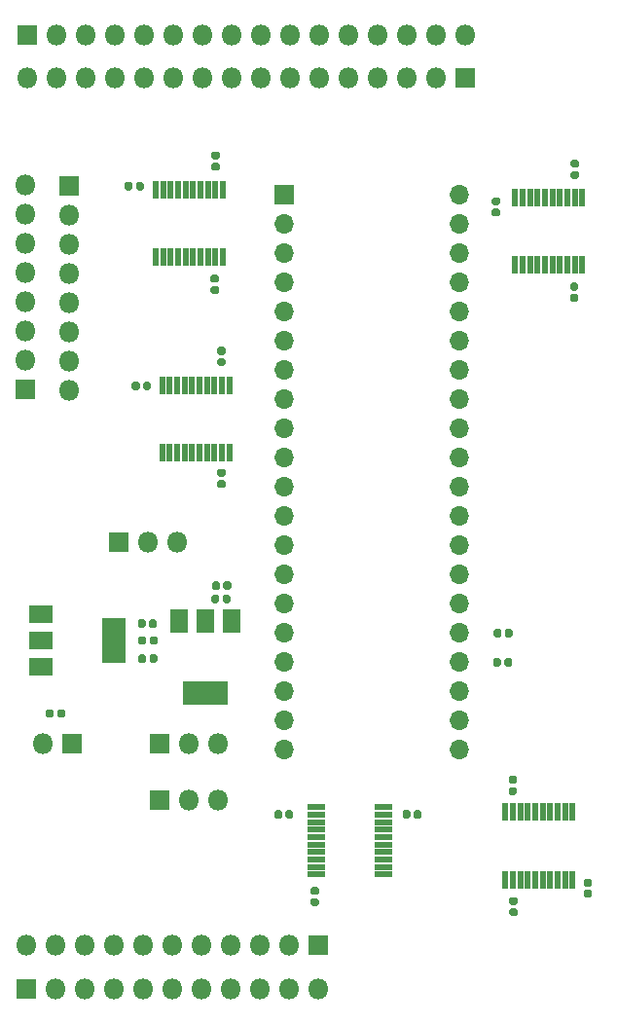
<source format=gbr>
%TF.GenerationSoftware,KiCad,Pcbnew,(5.1.6)-1*%
%TF.CreationDate,2020-09-22T22:20:25+03:00*%
%TF.ProjectId,Z80_devboard,5a38305f-6465-4766-926f-6172642e6b69,rev?*%
%TF.SameCoordinates,Original*%
%TF.FileFunction,Soldermask,Top*%
%TF.FilePolarity,Negative*%
%FSLAX46Y46*%
G04 Gerber Fmt 4.6, Leading zero omitted, Abs format (unit mm)*
G04 Created by KiCad (PCBNEW (5.1.6)-1) date 2020-09-22 22:20:25*
%MOMM*%
%LPD*%
G01*
G04 APERTURE LIST*
%ADD10O,1.700000X1.700000*%
%ADD11R,1.700000X1.700000*%
%ADD12O,1.800000X1.800000*%
%ADD13R,1.800000X1.800000*%
%ADD14R,1.600000X2.100000*%
%ADD15R,3.900000X2.100000*%
%ADD16R,2.100000X1.600000*%
%ADD17R,2.100000X3.900000*%
%ADD18R,0.550000X1.575000*%
%ADD19R,1.575000X0.550000*%
G04 APERTURE END LIST*
D10*
%TO.C,U3*%
X116840000Y-69088000D03*
X101600000Y-117348000D03*
X116840000Y-71628000D03*
X101600000Y-114808000D03*
X116840000Y-74168000D03*
X101600000Y-112268000D03*
X116840000Y-76708000D03*
X101600000Y-109728000D03*
X116840000Y-79248000D03*
X101600000Y-107188000D03*
X116840000Y-81788000D03*
X101600000Y-104648000D03*
X116840000Y-84328000D03*
X101600000Y-102108000D03*
X116840000Y-86868000D03*
X101600000Y-99568000D03*
X116840000Y-89408000D03*
X101600000Y-97028000D03*
X116840000Y-91948000D03*
X101600000Y-94488000D03*
X116840000Y-94488000D03*
X101600000Y-91948000D03*
X116840000Y-97028000D03*
X101600000Y-89408000D03*
X116840000Y-99568000D03*
X101600000Y-86868000D03*
X116840000Y-102108000D03*
X101600000Y-84328000D03*
X116840000Y-104648000D03*
X101600000Y-81788000D03*
X116840000Y-107188000D03*
X101600000Y-79248000D03*
X116840000Y-109728000D03*
X101600000Y-76708000D03*
X116840000Y-112268000D03*
X101600000Y-74168000D03*
X116840000Y-114808000D03*
X101600000Y-71628000D03*
X116840000Y-117348000D03*
D11*
X101600000Y-69088000D03*
%TD*%
D12*
%TO.C,J10*%
X104584500Y-138163300D03*
X102044500Y-138163300D03*
X99504500Y-138163300D03*
X96964500Y-138163300D03*
X94424500Y-138163300D03*
X91884500Y-138163300D03*
X89344500Y-138163300D03*
X86804500Y-138163300D03*
X84264500Y-138163300D03*
X81724500Y-138163300D03*
D13*
X79184500Y-138163300D03*
%TD*%
D12*
%TO.C,J9*%
X117360700Y-55143400D03*
X114820700Y-55143400D03*
X112280700Y-55143400D03*
X109740700Y-55143400D03*
X107200700Y-55143400D03*
X104660700Y-55143400D03*
X102120700Y-55143400D03*
X99580700Y-55143400D03*
X97040700Y-55143400D03*
X94500700Y-55143400D03*
X91960700Y-55143400D03*
X89420700Y-55143400D03*
X86880700Y-55143400D03*
X84340700Y-55143400D03*
X81800700Y-55143400D03*
D13*
X79260700Y-55143400D03*
%TD*%
D12*
%TO.C,J8*%
X79070200Y-68237100D03*
X79070200Y-70777100D03*
X79070200Y-73317100D03*
X79070200Y-75857100D03*
X79070200Y-78397100D03*
X79070200Y-80937100D03*
X79070200Y-83477100D03*
D13*
X79070200Y-86017100D03*
%TD*%
%TO.C,R7*%
G36*
G01*
X119842900Y-70259100D02*
X120237900Y-70259100D01*
G75*
G02*
X120410400Y-70431600I0J-172500D01*
G01*
X120410400Y-70776600D01*
G75*
G02*
X120237900Y-70949100I-172500J0D01*
G01*
X119842900Y-70949100D01*
G75*
G02*
X119670400Y-70776600I0J172500D01*
G01*
X119670400Y-70431600D01*
G75*
G02*
X119842900Y-70259100I172500J0D01*
G01*
G37*
G36*
G01*
X119842900Y-69289100D02*
X120237900Y-69289100D01*
G75*
G02*
X120410400Y-69461600I0J-172500D01*
G01*
X120410400Y-69806600D01*
G75*
G02*
X120237900Y-69979100I-172500J0D01*
G01*
X119842900Y-69979100D01*
G75*
G02*
X119670400Y-69806600I0J172500D01*
G01*
X119670400Y-69461600D01*
G75*
G02*
X119842900Y-69289100I172500J0D01*
G01*
G37*
%TD*%
%TO.C,R6*%
G36*
G01*
X127831200Y-129502200D02*
X128226200Y-129502200D01*
G75*
G02*
X128398700Y-129674700I0J-172500D01*
G01*
X128398700Y-130019700D01*
G75*
G02*
X128226200Y-130192200I-172500J0D01*
G01*
X127831200Y-130192200D01*
G75*
G02*
X127658700Y-130019700I0J172500D01*
G01*
X127658700Y-129674700D01*
G75*
G02*
X127831200Y-129502200I172500J0D01*
G01*
G37*
G36*
G01*
X127831200Y-128532200D02*
X128226200Y-128532200D01*
G75*
G02*
X128398700Y-128704700I0J-172500D01*
G01*
X128398700Y-129049700D01*
G75*
G02*
X128226200Y-129222200I-172500J0D01*
G01*
X127831200Y-129222200D01*
G75*
G02*
X127658700Y-129049700I0J172500D01*
G01*
X127658700Y-128704700D01*
G75*
G02*
X127831200Y-128532200I172500J0D01*
G01*
G37*
%TD*%
%TO.C,R5*%
G36*
G01*
X88432200Y-68103100D02*
X88432200Y-68498100D01*
G75*
G02*
X88259700Y-68670600I-172500J0D01*
G01*
X87914700Y-68670600D01*
G75*
G02*
X87742200Y-68498100I0J172500D01*
G01*
X87742200Y-68103100D01*
G75*
G02*
X87914700Y-67930600I172500J0D01*
G01*
X88259700Y-67930600D01*
G75*
G02*
X88432200Y-68103100I0J-172500D01*
G01*
G37*
G36*
G01*
X89402200Y-68103100D02*
X89402200Y-68498100D01*
G75*
G02*
X89229700Y-68670600I-172500J0D01*
G01*
X88884700Y-68670600D01*
G75*
G02*
X88712200Y-68498100I0J172500D01*
G01*
X88712200Y-68103100D01*
G75*
G02*
X88884700Y-67930600I172500J0D01*
G01*
X89229700Y-67930600D01*
G75*
G02*
X89402200Y-68103100I0J-172500D01*
G01*
G37*
%TD*%
%TO.C,R4*%
G36*
G01*
X104069500Y-130236400D02*
X104464500Y-130236400D01*
G75*
G02*
X104637000Y-130408900I0J-172500D01*
G01*
X104637000Y-130753900D01*
G75*
G02*
X104464500Y-130926400I-172500J0D01*
G01*
X104069500Y-130926400D01*
G75*
G02*
X103897000Y-130753900I0J172500D01*
G01*
X103897000Y-130408900D01*
G75*
G02*
X104069500Y-130236400I172500J0D01*
G01*
G37*
G36*
G01*
X104069500Y-129266400D02*
X104464500Y-129266400D01*
G75*
G02*
X104637000Y-129438900I0J-172500D01*
G01*
X104637000Y-129783900D01*
G75*
G02*
X104464500Y-129956400I-172500J0D01*
G01*
X104069500Y-129956400D01*
G75*
G02*
X103897000Y-129783900I0J172500D01*
G01*
X103897000Y-129438900D01*
G75*
G02*
X104069500Y-129266400I172500J0D01*
G01*
G37*
%TD*%
D12*
%TO.C,J7*%
X95846900Y-121742200D03*
X93306900Y-121742200D03*
D13*
X90766900Y-121742200D03*
%TD*%
D12*
%TO.C,J6*%
X95885000Y-116776500D03*
X93345000Y-116776500D03*
D13*
X90805000Y-116776500D03*
%TD*%
D12*
%TO.C,J5*%
X92265500Y-99250500D03*
X89725500Y-99250500D03*
D13*
X87185500Y-99250500D03*
%TD*%
D14*
%TO.C,U2*%
X97042000Y-106133500D03*
X92442000Y-106133500D03*
X94742000Y-106133500D03*
D15*
X94742000Y-112433500D03*
%TD*%
D16*
%TO.C,U1*%
X80479500Y-105523000D03*
X80479500Y-110123000D03*
X80479500Y-107823000D03*
D17*
X86779500Y-107823000D03*
%TD*%
D12*
%TO.C,J4*%
X80581500Y-116840000D03*
D13*
X83121500Y-116840000D03*
%TD*%
%TO.C,C16*%
G36*
G01*
X96319500Y-103258000D02*
X96319500Y-102863000D01*
G75*
G02*
X96492000Y-102690500I172500J0D01*
G01*
X96837000Y-102690500D01*
G75*
G02*
X97009500Y-102863000I0J-172500D01*
G01*
X97009500Y-103258000D01*
G75*
G02*
X96837000Y-103430500I-172500J0D01*
G01*
X96492000Y-103430500D01*
G75*
G02*
X96319500Y-103258000I0J172500D01*
G01*
G37*
G36*
G01*
X95349500Y-103258000D02*
X95349500Y-102863000D01*
G75*
G02*
X95522000Y-102690500I172500J0D01*
G01*
X95867000Y-102690500D01*
G75*
G02*
X96039500Y-102863000I0J-172500D01*
G01*
X96039500Y-103258000D01*
G75*
G02*
X95867000Y-103430500I-172500J0D01*
G01*
X95522000Y-103430500D01*
G75*
G02*
X95349500Y-103258000I0J172500D01*
G01*
G37*
%TD*%
%TO.C,C15*%
G36*
G01*
X96256000Y-104401000D02*
X96256000Y-104006000D01*
G75*
G02*
X96428500Y-103833500I172500J0D01*
G01*
X96773500Y-103833500D01*
G75*
G02*
X96946000Y-104006000I0J-172500D01*
G01*
X96946000Y-104401000D01*
G75*
G02*
X96773500Y-104573500I-172500J0D01*
G01*
X96428500Y-104573500D01*
G75*
G02*
X96256000Y-104401000I0J172500D01*
G01*
G37*
G36*
G01*
X95286000Y-104401000D02*
X95286000Y-104006000D01*
G75*
G02*
X95458500Y-103833500I172500J0D01*
G01*
X95803500Y-103833500D01*
G75*
G02*
X95976000Y-104006000I0J-172500D01*
G01*
X95976000Y-104401000D01*
G75*
G02*
X95803500Y-104573500I-172500J0D01*
G01*
X95458500Y-104573500D01*
G75*
G02*
X95286000Y-104401000I0J172500D01*
G01*
G37*
%TD*%
%TO.C,C14*%
G36*
G01*
X89888500Y-109608000D02*
X89888500Y-109213000D01*
G75*
G02*
X90061000Y-109040500I172500J0D01*
G01*
X90406000Y-109040500D01*
G75*
G02*
X90578500Y-109213000I0J-172500D01*
G01*
X90578500Y-109608000D01*
G75*
G02*
X90406000Y-109780500I-172500J0D01*
G01*
X90061000Y-109780500D01*
G75*
G02*
X89888500Y-109608000I0J172500D01*
G01*
G37*
G36*
G01*
X88918500Y-109608000D02*
X88918500Y-109213000D01*
G75*
G02*
X89091000Y-109040500I172500J0D01*
G01*
X89436000Y-109040500D01*
G75*
G02*
X89608500Y-109213000I0J-172500D01*
G01*
X89608500Y-109608000D01*
G75*
G02*
X89436000Y-109780500I-172500J0D01*
G01*
X89091000Y-109780500D01*
G75*
G02*
X88918500Y-109608000I0J172500D01*
G01*
G37*
%TD*%
%TO.C,C13*%
G36*
G01*
X89906000Y-108020500D02*
X89906000Y-107625500D01*
G75*
G02*
X90078500Y-107453000I172500J0D01*
G01*
X90423500Y-107453000D01*
G75*
G02*
X90596000Y-107625500I0J-172500D01*
G01*
X90596000Y-108020500D01*
G75*
G02*
X90423500Y-108193000I-172500J0D01*
G01*
X90078500Y-108193000D01*
G75*
G02*
X89906000Y-108020500I0J172500D01*
G01*
G37*
G36*
G01*
X88936000Y-108020500D02*
X88936000Y-107625500D01*
G75*
G02*
X89108500Y-107453000I172500J0D01*
G01*
X89453500Y-107453000D01*
G75*
G02*
X89626000Y-107625500I0J-172500D01*
G01*
X89626000Y-108020500D01*
G75*
G02*
X89453500Y-108193000I-172500J0D01*
G01*
X89108500Y-108193000D01*
G75*
G02*
X88936000Y-108020500I0J172500D01*
G01*
G37*
%TD*%
%TO.C,C12*%
G36*
G01*
X89842500Y-106560000D02*
X89842500Y-106165000D01*
G75*
G02*
X90015000Y-105992500I172500J0D01*
G01*
X90360000Y-105992500D01*
G75*
G02*
X90532500Y-106165000I0J-172500D01*
G01*
X90532500Y-106560000D01*
G75*
G02*
X90360000Y-106732500I-172500J0D01*
G01*
X90015000Y-106732500D01*
G75*
G02*
X89842500Y-106560000I0J172500D01*
G01*
G37*
G36*
G01*
X88872500Y-106560000D02*
X88872500Y-106165000D01*
G75*
G02*
X89045000Y-105992500I172500J0D01*
G01*
X89390000Y-105992500D01*
G75*
G02*
X89562500Y-106165000I0J-172500D01*
G01*
X89562500Y-106560000D01*
G75*
G02*
X89390000Y-106732500I-172500J0D01*
G01*
X89045000Y-106732500D01*
G75*
G02*
X88872500Y-106560000I0J172500D01*
G01*
G37*
%TD*%
%TO.C,C11*%
G36*
G01*
X81864500Y-114370500D02*
X81864500Y-113975500D01*
G75*
G02*
X82037000Y-113803000I172500J0D01*
G01*
X82382000Y-113803000D01*
G75*
G02*
X82554500Y-113975500I0J-172500D01*
G01*
X82554500Y-114370500D01*
G75*
G02*
X82382000Y-114543000I-172500J0D01*
G01*
X82037000Y-114543000D01*
G75*
G02*
X81864500Y-114370500I0J172500D01*
G01*
G37*
G36*
G01*
X80894500Y-114370500D02*
X80894500Y-113975500D01*
G75*
G02*
X81067000Y-113803000I172500J0D01*
G01*
X81412000Y-113803000D01*
G75*
G02*
X81584500Y-113975500I0J-172500D01*
G01*
X81584500Y-114370500D01*
G75*
G02*
X81412000Y-114543000I-172500J0D01*
G01*
X81067000Y-114543000D01*
G75*
G02*
X80894500Y-114370500I0J172500D01*
G01*
G37*
%TD*%
D12*
%TO.C,J3*%
X79184500Y-134366000D03*
X81724500Y-134366000D03*
X84264500Y-134366000D03*
X86804500Y-134366000D03*
X89344500Y-134366000D03*
X91884500Y-134366000D03*
X94424500Y-134366000D03*
X96964500Y-134366000D03*
X99504500Y-134366000D03*
X102044500Y-134366000D03*
D13*
X104584500Y-134366000D03*
%TD*%
D12*
%TO.C,J2*%
X79248000Y-58864500D03*
X81788000Y-58864500D03*
X84328000Y-58864500D03*
X86868000Y-58864500D03*
X89408000Y-58864500D03*
X91948000Y-58864500D03*
X94488000Y-58864500D03*
X97028000Y-58864500D03*
X99568000Y-58864500D03*
X102108000Y-58864500D03*
X104648000Y-58864500D03*
X107188000Y-58864500D03*
X109728000Y-58864500D03*
X112268000Y-58864500D03*
X114808000Y-58864500D03*
D13*
X117348000Y-58864500D03*
%TD*%
D12*
%TO.C,J1*%
X82931000Y-86042500D03*
X82931000Y-83502500D03*
X82931000Y-80962500D03*
X82931000Y-78422500D03*
X82931000Y-75882500D03*
X82931000Y-73342500D03*
X82931000Y-70802500D03*
D13*
X82931000Y-68262500D03*
%TD*%
%TO.C,R3*%
G36*
G01*
X89049700Y-85489400D02*
X89049700Y-85884400D01*
G75*
G02*
X88877200Y-86056900I-172500J0D01*
G01*
X88532200Y-86056900D01*
G75*
G02*
X88359700Y-85884400I0J172500D01*
G01*
X88359700Y-85489400D01*
G75*
G02*
X88532200Y-85316900I172500J0D01*
G01*
X88877200Y-85316900D01*
G75*
G02*
X89049700Y-85489400I0J-172500D01*
G01*
G37*
G36*
G01*
X90019700Y-85489400D02*
X90019700Y-85884400D01*
G75*
G02*
X89847200Y-86056900I-172500J0D01*
G01*
X89502200Y-86056900D01*
G75*
G02*
X89329700Y-85884400I0J172500D01*
G01*
X89329700Y-85489400D01*
G75*
G02*
X89502200Y-85316900I172500J0D01*
G01*
X89847200Y-85316900D01*
G75*
G02*
X90019700Y-85489400I0J-172500D01*
G01*
G37*
%TD*%
%TO.C,R2*%
G36*
G01*
X120767000Y-109925500D02*
X120767000Y-109530500D01*
G75*
G02*
X120939500Y-109358000I172500J0D01*
G01*
X121284500Y-109358000D01*
G75*
G02*
X121457000Y-109530500I0J-172500D01*
G01*
X121457000Y-109925500D01*
G75*
G02*
X121284500Y-110098000I-172500J0D01*
G01*
X120939500Y-110098000D01*
G75*
G02*
X120767000Y-109925500I0J172500D01*
G01*
G37*
G36*
G01*
X119797000Y-109925500D02*
X119797000Y-109530500D01*
G75*
G02*
X119969500Y-109358000I172500J0D01*
G01*
X120314500Y-109358000D01*
G75*
G02*
X120487000Y-109530500I0J-172500D01*
G01*
X120487000Y-109925500D01*
G75*
G02*
X120314500Y-110098000I-172500J0D01*
G01*
X119969500Y-110098000D01*
G75*
G02*
X119797000Y-109925500I0J172500D01*
G01*
G37*
%TD*%
%TO.C,R1*%
G36*
G01*
X120813000Y-107385500D02*
X120813000Y-106990500D01*
G75*
G02*
X120985500Y-106818000I172500J0D01*
G01*
X121330500Y-106818000D01*
G75*
G02*
X121503000Y-106990500I0J-172500D01*
G01*
X121503000Y-107385500D01*
G75*
G02*
X121330500Y-107558000I-172500J0D01*
G01*
X120985500Y-107558000D01*
G75*
G02*
X120813000Y-107385500I0J172500D01*
G01*
G37*
G36*
G01*
X119843000Y-107385500D02*
X119843000Y-106990500D01*
G75*
G02*
X120015500Y-106818000I172500J0D01*
G01*
X120360500Y-106818000D01*
G75*
G02*
X120533000Y-106990500I0J-172500D01*
G01*
X120533000Y-107385500D01*
G75*
G02*
X120360500Y-107558000I-172500J0D01*
G01*
X120015500Y-107558000D01*
G75*
G02*
X119843000Y-107385500I0J172500D01*
G01*
G37*
%TD*%
D18*
%TO.C,IC6*%
X120861900Y-122741200D03*
X121511900Y-122741200D03*
X122161900Y-122741200D03*
X122811900Y-122741200D03*
X123461900Y-122741200D03*
X124111900Y-122741200D03*
X124761900Y-122741200D03*
X125411900Y-122741200D03*
X126061900Y-122741200D03*
X126711900Y-122741200D03*
X126711900Y-128617200D03*
X126061900Y-128617200D03*
X125411900Y-128617200D03*
X124761900Y-128617200D03*
X124111900Y-128617200D03*
X123461900Y-128617200D03*
X122811900Y-128617200D03*
X122161900Y-128617200D03*
X121511900Y-128617200D03*
X120861900Y-128617200D03*
%TD*%
D19*
%TO.C,IC5*%
X110253000Y-122322400D03*
X110253000Y-122972400D03*
X110253000Y-123622400D03*
X110253000Y-124272400D03*
X110253000Y-124922400D03*
X110253000Y-125572400D03*
X110253000Y-126222400D03*
X110253000Y-126872400D03*
X110253000Y-127522400D03*
X110253000Y-128172400D03*
X104377000Y-128172400D03*
X104377000Y-127522400D03*
X104377000Y-126872400D03*
X104377000Y-126222400D03*
X104377000Y-125572400D03*
X104377000Y-124922400D03*
X104377000Y-124272400D03*
X104377000Y-123622400D03*
X104377000Y-122972400D03*
X104377000Y-122322400D03*
%TD*%
D18*
%TO.C,IC4*%
X96282700Y-74477100D03*
X95632700Y-74477100D03*
X94982700Y-74477100D03*
X94332700Y-74477100D03*
X93682700Y-74477100D03*
X93032700Y-74477100D03*
X92382700Y-74477100D03*
X91732700Y-74477100D03*
X91082700Y-74477100D03*
X90432700Y-74477100D03*
X90432700Y-68601100D03*
X91082700Y-68601100D03*
X91732700Y-68601100D03*
X92382700Y-68601100D03*
X93032700Y-68601100D03*
X93682700Y-68601100D03*
X94332700Y-68601100D03*
X94982700Y-68601100D03*
X95632700Y-68601100D03*
X96282700Y-68601100D03*
%TD*%
%TO.C,IC3*%
X127550100Y-75162900D03*
X126900100Y-75162900D03*
X126250100Y-75162900D03*
X125600100Y-75162900D03*
X124950100Y-75162900D03*
X124300100Y-75162900D03*
X123650100Y-75162900D03*
X123000100Y-75162900D03*
X122350100Y-75162900D03*
X121700100Y-75162900D03*
X121700100Y-69286900D03*
X122350100Y-69286900D03*
X123000100Y-69286900D03*
X123650100Y-69286900D03*
X124300100Y-69286900D03*
X124950100Y-69286900D03*
X125600100Y-69286900D03*
X126250100Y-69286900D03*
X126900100Y-69286900D03*
X127550100Y-69286900D03*
%TD*%
%TO.C,IC2*%
X96854200Y-91482400D03*
X96204200Y-91482400D03*
X95554200Y-91482400D03*
X94904200Y-91482400D03*
X94254200Y-91482400D03*
X93604200Y-91482400D03*
X92954200Y-91482400D03*
X92304200Y-91482400D03*
X91654200Y-91482400D03*
X91004200Y-91482400D03*
X91004200Y-85606400D03*
X91654200Y-85606400D03*
X92304200Y-85606400D03*
X92954200Y-85606400D03*
X93604200Y-85606400D03*
X94254200Y-85606400D03*
X94904200Y-85606400D03*
X95554200Y-85606400D03*
X96204200Y-85606400D03*
X96854200Y-85606400D03*
%TD*%
%TO.C,C10*%
G36*
G01*
X127108600Y-66710400D02*
X126713600Y-66710400D01*
G75*
G02*
X126541100Y-66537900I0J172500D01*
G01*
X126541100Y-66192900D01*
G75*
G02*
X126713600Y-66020400I172500J0D01*
G01*
X127108600Y-66020400D01*
G75*
G02*
X127281100Y-66192900I0J-172500D01*
G01*
X127281100Y-66537900D01*
G75*
G02*
X127108600Y-66710400I-172500J0D01*
G01*
G37*
G36*
G01*
X127108600Y-67680400D02*
X126713600Y-67680400D01*
G75*
G02*
X126541100Y-67507900I0J172500D01*
G01*
X126541100Y-67162900D01*
G75*
G02*
X126713600Y-66990400I172500J0D01*
G01*
X127108600Y-66990400D01*
G75*
G02*
X127281100Y-67162900I0J-172500D01*
G01*
X127281100Y-67507900D01*
G75*
G02*
X127108600Y-67680400I-172500J0D01*
G01*
G37*
%TD*%
%TO.C,C9*%
G36*
G01*
X101437000Y-122763900D02*
X101437000Y-123158900D01*
G75*
G02*
X101264500Y-123331400I-172500J0D01*
G01*
X100919500Y-123331400D01*
G75*
G02*
X100747000Y-123158900I0J172500D01*
G01*
X100747000Y-122763900D01*
G75*
G02*
X100919500Y-122591400I172500J0D01*
G01*
X101264500Y-122591400D01*
G75*
G02*
X101437000Y-122763900I0J-172500D01*
G01*
G37*
G36*
G01*
X102407000Y-122763900D02*
X102407000Y-123158900D01*
G75*
G02*
X102234500Y-123331400I-172500J0D01*
G01*
X101889500Y-123331400D01*
G75*
G02*
X101717000Y-123158900I0J172500D01*
G01*
X101717000Y-122763900D01*
G75*
G02*
X101889500Y-122591400I172500J0D01*
G01*
X102234500Y-122591400D01*
G75*
G02*
X102407000Y-122763900I0J-172500D01*
G01*
G37*
%TD*%
%TO.C,C8*%
G36*
G01*
X121366900Y-131112700D02*
X121761900Y-131112700D01*
G75*
G02*
X121934400Y-131285200I0J-172500D01*
G01*
X121934400Y-131630200D01*
G75*
G02*
X121761900Y-131802700I-172500J0D01*
G01*
X121366900Y-131802700D01*
G75*
G02*
X121194400Y-131630200I0J172500D01*
G01*
X121194400Y-131285200D01*
G75*
G02*
X121366900Y-131112700I172500J0D01*
G01*
G37*
G36*
G01*
X121366900Y-130142700D02*
X121761900Y-130142700D01*
G75*
G02*
X121934400Y-130315200I0J-172500D01*
G01*
X121934400Y-130660200D01*
G75*
G02*
X121761900Y-130832700I-172500J0D01*
G01*
X121366900Y-130832700D01*
G75*
G02*
X121194400Y-130660200I0J172500D01*
G01*
X121194400Y-130315200D01*
G75*
G02*
X121366900Y-130142700I172500J0D01*
G01*
G37*
%TD*%
%TO.C,C7*%
G36*
G01*
X95841200Y-65978600D02*
X95446200Y-65978600D01*
G75*
G02*
X95273700Y-65806100I0J172500D01*
G01*
X95273700Y-65461100D01*
G75*
G02*
X95446200Y-65288600I172500J0D01*
G01*
X95841200Y-65288600D01*
G75*
G02*
X96013700Y-65461100I0J-172500D01*
G01*
X96013700Y-65806100D01*
G75*
G02*
X95841200Y-65978600I-172500J0D01*
G01*
G37*
G36*
G01*
X95841200Y-66948600D02*
X95446200Y-66948600D01*
G75*
G02*
X95273700Y-66776100I0J172500D01*
G01*
X95273700Y-66431100D01*
G75*
G02*
X95446200Y-66258600I172500J0D01*
G01*
X95841200Y-66258600D01*
G75*
G02*
X96013700Y-66431100I0J-172500D01*
G01*
X96013700Y-66776100D01*
G75*
G02*
X95841200Y-66948600I-172500J0D01*
G01*
G37*
%TD*%
%TO.C,C6*%
G36*
G01*
X96349200Y-82983900D02*
X95954200Y-82983900D01*
G75*
G02*
X95781700Y-82811400I0J172500D01*
G01*
X95781700Y-82466400D01*
G75*
G02*
X95954200Y-82293900I172500J0D01*
G01*
X96349200Y-82293900D01*
G75*
G02*
X96521700Y-82466400I0J-172500D01*
G01*
X96521700Y-82811400D01*
G75*
G02*
X96349200Y-82983900I-172500J0D01*
G01*
G37*
G36*
G01*
X96349200Y-83953900D02*
X95954200Y-83953900D01*
G75*
G02*
X95781700Y-83781400I0J172500D01*
G01*
X95781700Y-83436400D01*
G75*
G02*
X95954200Y-83263900I172500J0D01*
G01*
X96349200Y-83263900D01*
G75*
G02*
X96521700Y-83436400I0J-172500D01*
G01*
X96521700Y-83781400D01*
G75*
G02*
X96349200Y-83953900I-172500J0D01*
G01*
G37*
%TD*%
%TO.C,C5*%
G36*
G01*
X112875500Y-123158900D02*
X112875500Y-122763900D01*
G75*
G02*
X113048000Y-122591400I172500J0D01*
G01*
X113393000Y-122591400D01*
G75*
G02*
X113565500Y-122763900I0J-172500D01*
G01*
X113565500Y-123158900D01*
G75*
G02*
X113393000Y-123331400I-172500J0D01*
G01*
X113048000Y-123331400D01*
G75*
G02*
X112875500Y-123158900I0J172500D01*
G01*
G37*
G36*
G01*
X111905500Y-123158900D02*
X111905500Y-122763900D01*
G75*
G02*
X112078000Y-122591400I172500J0D01*
G01*
X112423000Y-122591400D01*
G75*
G02*
X112595500Y-122763900I0J-172500D01*
G01*
X112595500Y-123158900D01*
G75*
G02*
X112423000Y-123331400I-172500J0D01*
G01*
X112078000Y-123331400D01*
G75*
G02*
X111905500Y-123158900I0J172500D01*
G01*
G37*
%TD*%
%TO.C,C4*%
G36*
G01*
X95382700Y-76990100D02*
X95777700Y-76990100D01*
G75*
G02*
X95950200Y-77162600I0J-172500D01*
G01*
X95950200Y-77507600D01*
G75*
G02*
X95777700Y-77680100I-172500J0D01*
G01*
X95382700Y-77680100D01*
G75*
G02*
X95210200Y-77507600I0J172500D01*
G01*
X95210200Y-77162600D01*
G75*
G02*
X95382700Y-76990100I172500J0D01*
G01*
G37*
G36*
G01*
X95382700Y-76020100D02*
X95777700Y-76020100D01*
G75*
G02*
X95950200Y-76192600I0J-172500D01*
G01*
X95950200Y-76537600D01*
G75*
G02*
X95777700Y-76710100I-172500J0D01*
G01*
X95382700Y-76710100D01*
G75*
G02*
X95210200Y-76537600I0J172500D01*
G01*
X95210200Y-76192600D01*
G75*
G02*
X95382700Y-76020100I172500J0D01*
G01*
G37*
%TD*%
%TO.C,C3*%
G36*
G01*
X126650100Y-77675900D02*
X127045100Y-77675900D01*
G75*
G02*
X127217600Y-77848400I0J-172500D01*
G01*
X127217600Y-78193400D01*
G75*
G02*
X127045100Y-78365900I-172500J0D01*
G01*
X126650100Y-78365900D01*
G75*
G02*
X126477600Y-78193400I0J172500D01*
G01*
X126477600Y-77848400D01*
G75*
G02*
X126650100Y-77675900I172500J0D01*
G01*
G37*
G36*
G01*
X126650100Y-76705900D02*
X127045100Y-76705900D01*
G75*
G02*
X127217600Y-76878400I0J-172500D01*
G01*
X127217600Y-77223400D01*
G75*
G02*
X127045100Y-77395900I-172500J0D01*
G01*
X126650100Y-77395900D01*
G75*
G02*
X126477600Y-77223400I0J172500D01*
G01*
X126477600Y-76878400D01*
G75*
G02*
X126650100Y-76705900I172500J0D01*
G01*
G37*
%TD*%
%TO.C,C2*%
G36*
G01*
X95954200Y-93868400D02*
X96349200Y-93868400D01*
G75*
G02*
X96521700Y-94040900I0J-172500D01*
G01*
X96521700Y-94385900D01*
G75*
G02*
X96349200Y-94558400I-172500J0D01*
G01*
X95954200Y-94558400D01*
G75*
G02*
X95781700Y-94385900I0J172500D01*
G01*
X95781700Y-94040900D01*
G75*
G02*
X95954200Y-93868400I172500J0D01*
G01*
G37*
G36*
G01*
X95954200Y-92898400D02*
X96349200Y-92898400D01*
G75*
G02*
X96521700Y-93070900I0J-172500D01*
G01*
X96521700Y-93415900D01*
G75*
G02*
X96349200Y-93588400I-172500J0D01*
G01*
X95954200Y-93588400D01*
G75*
G02*
X95781700Y-93415900I0J172500D01*
G01*
X95781700Y-93070900D01*
G75*
G02*
X95954200Y-92898400I172500J0D01*
G01*
G37*
%TD*%
%TO.C,C1*%
G36*
G01*
X121698400Y-120291700D02*
X121303400Y-120291700D01*
G75*
G02*
X121130900Y-120119200I0J172500D01*
G01*
X121130900Y-119774200D01*
G75*
G02*
X121303400Y-119601700I172500J0D01*
G01*
X121698400Y-119601700D01*
G75*
G02*
X121870900Y-119774200I0J-172500D01*
G01*
X121870900Y-120119200D01*
G75*
G02*
X121698400Y-120291700I-172500J0D01*
G01*
G37*
G36*
G01*
X121698400Y-121261700D02*
X121303400Y-121261700D01*
G75*
G02*
X121130900Y-121089200I0J172500D01*
G01*
X121130900Y-120744200D01*
G75*
G02*
X121303400Y-120571700I172500J0D01*
G01*
X121698400Y-120571700D01*
G75*
G02*
X121870900Y-120744200I0J-172500D01*
G01*
X121870900Y-121089200D01*
G75*
G02*
X121698400Y-121261700I-172500J0D01*
G01*
G37*
%TD*%
M02*

</source>
